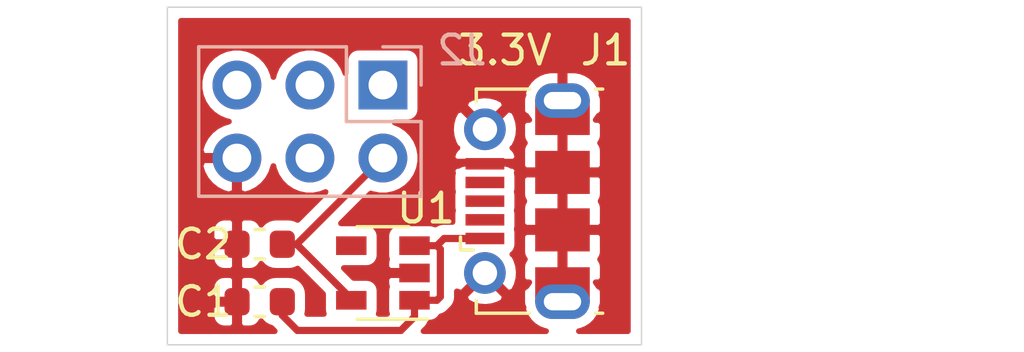
<source format=kicad_pcb>
(kicad_pcb (version 20171130) (host pcbnew "(5.1.5-0-10_14)")

  (general
    (thickness 1.6)
    (drawings 6)
    (tracks 18)
    (zones 0)
    (modules 5)
    (nets 4)
  )

  (page A4)
  (layers
    (0 F.Cu signal)
    (31 B.Cu signal hide)
    (32 B.Adhes user hide)
    (33 F.Adhes user hide)
    (34 B.Paste user hide)
    (35 F.Paste user hide)
    (36 B.SilkS user)
    (37 F.SilkS user)
    (38 B.Mask user hide)
    (39 F.Mask user hide)
    (40 Dwgs.User user)
    (41 Cmts.User user hide)
    (42 Eco1.User user hide)
    (43 Eco2.User user hide)
    (44 Edge.Cuts user)
    (45 Margin user hide)
    (46 B.CrtYd user)
    (47 F.CrtYd user)
    (48 B.Fab user hide)
    (49 F.Fab user hide)
  )

  (setup
    (last_trace_width 0.25)
    (trace_clearance 0.2)
    (zone_clearance 0.35)
    (zone_45_only no)
    (trace_min 0.2)
    (via_size 0.8)
    (via_drill 0.4)
    (via_min_size 0.4)
    (via_min_drill 0.3)
    (uvia_size 0.3)
    (uvia_drill 0.1)
    (uvias_allowed no)
    (uvia_min_size 0.2)
    (uvia_min_drill 0.1)
    (edge_width 0.05)
    (segment_width 0.2)
    (pcb_text_width 0.3)
    (pcb_text_size 1.5 1.5)
    (mod_edge_width 0.12)
    (mod_text_size 1 1)
    (mod_text_width 0.15)
    (pad_size 1.524 1.524)
    (pad_drill 0.762)
    (pad_to_mask_clearance 0.051)
    (solder_mask_min_width 0.25)
    (aux_axis_origin 0 0)
    (visible_elements FFFFFF7F)
    (pcbplotparams
      (layerselection 0x010fc_ffffffff)
      (usegerberextensions false)
      (usegerberattributes false)
      (usegerberadvancedattributes false)
      (creategerberjobfile false)
      (excludeedgelayer true)
      (linewidth 0.100000)
      (plotframeref false)
      (viasonmask false)
      (mode 1)
      (useauxorigin false)
      (hpglpennumber 1)
      (hpglpenspeed 20)
      (hpglpendiameter 15.000000)
      (psnegative false)
      (psa4output false)
      (plotreference true)
      (plotvalue true)
      (plotinvisibletext false)
      (padsonsilk false)
      (subtractmaskfromsilk false)
      (outputformat 1)
      (mirror false)
      (drillshape 0)
      (scaleselection 1)
      (outputdirectory "_export"))
  )

  (net 0 "")
  (net 1 GND)
  (net 2 "Net-(C1-Pad1)")
  (net 3 "Net-(C2-Pad1)")

  (net_class Default "This is the default net class."
    (clearance 0.2)
    (trace_width 0.25)
    (via_dia 0.8)
    (via_drill 0.4)
    (uvia_dia 0.3)
    (uvia_drill 0.1)
    (add_net GND)
    (add_net "Net-(C1-Pad1)")
    (add_net "Net-(C2-Pad1)")
  )

  (module Connector_PinSocket_2.54mm:PinSocket_2x03_P2.54mm_Vertical (layer B.Cu) (tedit 5A19A425) (tstamp 60BC53D7)
    (at 116.25 89.71 90)
    (descr "Through hole straight socket strip, 2x03, 2.54mm pitch, double cols (from Kicad 4.0.7), script generated")
    (tags "Through hole socket strip THT 2x03 2.54mm double row")
    (path /60BE1518)
    (fp_text reference J2 (at 1.21 2.75 -180) (layer B.SilkS)
      (effects (font (size 1 1) (thickness 0.15)) (justify mirror))
    )
    (fp_text value Conn_02x03_Counter_Clockwise (at -1.27 -7.85 -90) (layer B.Fab)
      (effects (font (size 1 1) (thickness 0.15)) (justify mirror))
    )
    (fp_text user %R (at -1.27 -2.54) (layer B.Fab)
      (effects (font (size 1 1) (thickness 0.15)) (justify mirror))
    )
    (fp_line (start -4.34 -6.85) (end -4.34 1.8) (layer B.CrtYd) (width 0.05))
    (fp_line (start 1.76 -6.85) (end -4.34 -6.85) (layer B.CrtYd) (width 0.05))
    (fp_line (start 1.76 1.8) (end 1.76 -6.85) (layer B.CrtYd) (width 0.05))
    (fp_line (start -4.34 1.8) (end 1.76 1.8) (layer B.CrtYd) (width 0.05))
    (fp_line (start 0 1.33) (end 1.33 1.33) (layer B.SilkS) (width 0.12))
    (fp_line (start 1.33 1.33) (end 1.33 0) (layer B.SilkS) (width 0.12))
    (fp_line (start -1.27 1.33) (end -1.27 -1.27) (layer B.SilkS) (width 0.12))
    (fp_line (start -1.27 -1.27) (end 1.33 -1.27) (layer B.SilkS) (width 0.12))
    (fp_line (start 1.33 -1.27) (end 1.33 -6.41) (layer B.SilkS) (width 0.12))
    (fp_line (start -3.87 -6.41) (end 1.33 -6.41) (layer B.SilkS) (width 0.12))
    (fp_line (start -3.87 1.33) (end -3.87 -6.41) (layer B.SilkS) (width 0.12))
    (fp_line (start -3.87 1.33) (end -1.27 1.33) (layer B.SilkS) (width 0.12))
    (fp_line (start -3.81 -6.35) (end -3.81 1.27) (layer B.Fab) (width 0.1))
    (fp_line (start 1.27 -6.35) (end -3.81 -6.35) (layer B.Fab) (width 0.1))
    (fp_line (start 1.27 0.27) (end 1.27 -6.35) (layer B.Fab) (width 0.1))
    (fp_line (start 0.27 1.27) (end 1.27 0.27) (layer B.Fab) (width 0.1))
    (fp_line (start -3.81 1.27) (end 0.27 1.27) (layer B.Fab) (width 0.1))
    (pad 6 thru_hole oval (at -2.54 -5.08 90) (size 1.7 1.7) (drill 1) (layers *.Cu *.Mask)
      (net 1 GND))
    (pad 5 thru_hole oval (at 0 -5.08 90) (size 1.7 1.7) (drill 1) (layers *.Cu *.Mask))
    (pad 4 thru_hole oval (at -2.54 -2.54 90) (size 1.7 1.7) (drill 1) (layers *.Cu *.Mask))
    (pad 3 thru_hole oval (at 0 -2.54 90) (size 1.7 1.7) (drill 1) (layers *.Cu *.Mask))
    (pad 2 thru_hole oval (at -2.54 0 90) (size 1.7 1.7) (drill 1) (layers *.Cu *.Mask)
      (net 3 "Net-(C2-Pad1)"))
    (pad 1 thru_hole rect (at 0 0 90) (size 1.7 1.7) (drill 1) (layers *.Cu *.Mask))
    (model ${KISYS3DMOD}/Connector_PinSocket_2.54mm.3dshapes/PinSocket_2x03_P2.54mm_Vertical.wrl
      (at (xyz 0 0 0))
      (scale (xyz 1 1 1))
      (rotate (xyz 0 0 0))
    )
  )

  (module Connector_USB:USB_Micro-B_Molex-105017-0001 (layer F.Cu) (tedit 5A1DC0BE) (tstamp 60BCDFBE)
    (at 121.2625 93.75 90)
    (descr http://www.molex.com/pdm_docs/sd/1050170001_sd.pdf)
    (tags "Micro-USB SMD Typ-B")
    (path /60BCDBD5)
    (attr smd)
    (fp_text reference J1 (at 5.25 2.7375 180) (layer F.SilkS)
      (effects (font (size 1 1) (thickness 0.15)))
    )
    (fp_text value USB_B_Micro (at 0.3 4.3375 90) (layer F.Fab)
      (effects (font (size 1 1) (thickness 0.15)))
    )
    (fp_line (start -1.1 -2.1225) (end -1.1 -1.9125) (layer F.Fab) (width 0.1))
    (fp_line (start -1.5 -2.1225) (end -1.5 -1.9125) (layer F.Fab) (width 0.1))
    (fp_line (start -1.5 -2.1225) (end -1.1 -2.1225) (layer F.Fab) (width 0.1))
    (fp_line (start -1.1 -1.9125) (end -1.3 -1.7125) (layer F.Fab) (width 0.1))
    (fp_line (start -1.3 -1.7125) (end -1.5 -1.9125) (layer F.Fab) (width 0.1))
    (fp_line (start -1.7 -2.3125) (end -1.7 -1.8625) (layer F.SilkS) (width 0.12))
    (fp_line (start -1.7 -2.3125) (end -1.25 -2.3125) (layer F.SilkS) (width 0.12))
    (fp_line (start 3.9 -1.7625) (end 3.45 -1.7625) (layer F.SilkS) (width 0.12))
    (fp_line (start 3.9 0.0875) (end 3.9 -1.7625) (layer F.SilkS) (width 0.12))
    (fp_line (start -3.9 2.6375) (end -3.9 2.3875) (layer F.SilkS) (width 0.12))
    (fp_line (start -3.75 3.3875) (end -3.75 -1.6125) (layer F.Fab) (width 0.1))
    (fp_line (start -3.75 -1.6125) (end 3.75 -1.6125) (layer F.Fab) (width 0.1))
    (fp_line (start -3.75 3.389204) (end 3.75 3.389204) (layer F.Fab) (width 0.1))
    (fp_line (start -3 2.689204) (end 3 2.689204) (layer F.Fab) (width 0.1))
    (fp_line (start 3.75 3.3875) (end 3.75 -1.6125) (layer F.Fab) (width 0.1))
    (fp_line (start 3.9 2.6375) (end 3.9 2.3875) (layer F.SilkS) (width 0.12))
    (fp_line (start -3.9 0.0875) (end -3.9 -1.7625) (layer F.SilkS) (width 0.12))
    (fp_line (start -3.9 -1.7625) (end -3.45 -1.7625) (layer F.SilkS) (width 0.12))
    (fp_line (start -4.4 3.64) (end -4.4 -2.46) (layer F.CrtYd) (width 0.05))
    (fp_line (start -4.4 -2.46) (end 4.4 -2.46) (layer F.CrtYd) (width 0.05))
    (fp_line (start 4.4 -2.46) (end 4.4 3.64) (layer F.CrtYd) (width 0.05))
    (fp_line (start -4.4 3.64) (end 4.4 3.64) (layer F.CrtYd) (width 0.05))
    (fp_text user %R (at 0 0.8875 90) (layer F.Fab)
      (effects (font (size 1 1) (thickness 0.15)))
    )
    (fp_text user "PCB Edge" (at 0 2.6875 90) (layer Dwgs.User)
      (effects (font (size 0.5 0.5) (thickness 0.08)))
    )
    (pad 6 smd rect (at -2.9 1.2375 90) (size 1.2 1.9) (layers F.Cu F.Mask)
      (net 1 GND))
    (pad 6 smd rect (at 2.9 1.2375 90) (size 1.2 1.9) (layers F.Cu F.Mask)
      (net 1 GND))
    (pad 6 thru_hole oval (at 3.5 1.2375 90) (size 1.2 1.9) (drill oval 0.6 1.3) (layers *.Cu *.Mask)
      (net 1 GND))
    (pad 6 thru_hole oval (at -3.5 1.2375 270) (size 1.2 1.9) (drill oval 0.6 1.3) (layers *.Cu *.Mask)
      (net 1 GND))
    (pad 6 smd rect (at -1 1.2375 90) (size 1.5 1.9) (layers F.Cu F.Paste F.Mask)
      (net 1 GND))
    (pad 6 thru_hole circle (at 2.5 -1.4625 90) (size 1.45 1.45) (drill 0.85) (layers *.Cu *.Mask)
      (net 1 GND))
    (pad 3 smd rect (at 0 -1.4625 90) (size 0.4 1.35) (layers F.Cu F.Paste F.Mask))
    (pad 4 smd rect (at 0.65 -1.4625 90) (size 0.4 1.35) (layers F.Cu F.Paste F.Mask))
    (pad 5 smd rect (at 1.3 -1.4625 90) (size 0.4 1.35) (layers F.Cu F.Paste F.Mask)
      (net 1 GND))
    (pad 1 smd rect (at -1.3 -1.4625 90) (size 0.4 1.35) (layers F.Cu F.Paste F.Mask)
      (net 2 "Net-(C1-Pad1)"))
    (pad 2 smd rect (at -0.65 -1.4625 90) (size 0.4 1.35) (layers F.Cu F.Paste F.Mask))
    (pad 6 thru_hole circle (at -2.5 -1.4625 90) (size 1.45 1.45) (drill 0.85) (layers *.Cu *.Mask)
      (net 1 GND))
    (pad 6 smd rect (at 1 1.2375 90) (size 1.5 1.9) (layers F.Cu F.Paste F.Mask)
      (net 1 GND))
    (model ${KISYS3DMOD}/Connector_USB.3dshapes/USB_Micro-B_Molex-105017-0001.wrl
      (at (xyz 0 0 0))
      (scale (xyz 1 1 1))
      (rotate (xyz 0 0 0))
    )
  )

  (module Package_TO_SOT_SMD:SOT-23-5 (layer F.Cu) (tedit 5A02FF57) (tstamp 60BC4FC3)
    (at 116.25 96.25 180)
    (descr "5-pin SOT23 package")
    (tags SOT-23-5)
    (path /60BDBF36)
    (attr smd)
    (fp_text reference U1 (at -1.5 2.25) (layer F.SilkS)
      (effects (font (size 1 1) (thickness 0.15)))
    )
    (fp_text value TLV70233_SOT23-5 (at 0 2.9) (layer F.Fab)
      (effects (font (size 1 1) (thickness 0.15)))
    )
    (fp_line (start 0.9 -1.55) (end 0.9 1.55) (layer F.Fab) (width 0.1))
    (fp_line (start 0.9 1.55) (end -0.9 1.55) (layer F.Fab) (width 0.1))
    (fp_line (start -0.9 -0.9) (end -0.9 1.55) (layer F.Fab) (width 0.1))
    (fp_line (start 0.9 -1.55) (end -0.25 -1.55) (layer F.Fab) (width 0.1))
    (fp_line (start -0.9 -0.9) (end -0.25 -1.55) (layer F.Fab) (width 0.1))
    (fp_line (start -1.9 1.8) (end -1.9 -1.8) (layer F.CrtYd) (width 0.05))
    (fp_line (start 1.9 1.8) (end -1.9 1.8) (layer F.CrtYd) (width 0.05))
    (fp_line (start 1.9 -1.8) (end 1.9 1.8) (layer F.CrtYd) (width 0.05))
    (fp_line (start -1.9 -1.8) (end 1.9 -1.8) (layer F.CrtYd) (width 0.05))
    (fp_line (start 0.9 -1.61) (end -1.55 -1.61) (layer F.SilkS) (width 0.12))
    (fp_line (start -0.9 1.61) (end 0.9 1.61) (layer F.SilkS) (width 0.12))
    (fp_text user %R (at 0 0 90) (layer F.Fab)
      (effects (font (size 0.5 0.5) (thickness 0.075)))
    )
    (pad 5 smd rect (at 1.1 -0.95 180) (size 1.06 0.65) (layers F.Cu F.Paste F.Mask)
      (net 3 "Net-(C2-Pad1)"))
    (pad 4 smd rect (at 1.1 0.95 180) (size 1.06 0.65) (layers F.Cu F.Paste F.Mask))
    (pad 3 smd rect (at -1.1 0.95 180) (size 1.06 0.65) (layers F.Cu F.Paste F.Mask)
      (net 2 "Net-(C1-Pad1)"))
    (pad 2 smd rect (at -1.1 0 180) (size 1.06 0.65) (layers F.Cu F.Paste F.Mask)
      (net 1 GND))
    (pad 1 smd rect (at -1.1 -0.95 180) (size 1.06 0.65) (layers F.Cu F.Paste F.Mask)
      (net 2 "Net-(C1-Pad1)"))
    (model ${KISYS3DMOD}/Package_TO_SOT_SMD.3dshapes/SOT-23-5.wrl
      (at (xyz 0 0 0))
      (scale (xyz 1 1 1))
      (rotate (xyz 0 0 0))
    )
  )

  (module Capacitor_SMD:C_0603_1608Metric (layer F.Cu) (tedit 5B301BBE) (tstamp 60BC4F63)
    (at 111.9625 95.25 180)
    (descr "Capacitor SMD 0603 (1608 Metric), square (rectangular) end terminal, IPC_7351 nominal, (Body size source: http://www.tortai-tech.com/upload/download/2011102023233369053.pdf), generated with kicad-footprint-generator")
    (tags capacitor)
    (path /60BDDEDA)
    (attr smd)
    (fp_text reference C2 (at 1.9625 0) (layer F.SilkS)
      (effects (font (size 1 1) (thickness 0.15)))
    )
    (fp_text value 1uF (at 0 1.43) (layer F.Fab)
      (effects (font (size 1 1) (thickness 0.15)))
    )
    (fp_text user %R (at 0 0) (layer F.Fab)
      (effects (font (size 0.4 0.4) (thickness 0.06)))
    )
    (fp_line (start 1.48 0.73) (end -1.48 0.73) (layer F.CrtYd) (width 0.05))
    (fp_line (start 1.48 -0.73) (end 1.48 0.73) (layer F.CrtYd) (width 0.05))
    (fp_line (start -1.48 -0.73) (end 1.48 -0.73) (layer F.CrtYd) (width 0.05))
    (fp_line (start -1.48 0.73) (end -1.48 -0.73) (layer F.CrtYd) (width 0.05))
    (fp_line (start -0.162779 0.51) (end 0.162779 0.51) (layer F.SilkS) (width 0.12))
    (fp_line (start -0.162779 -0.51) (end 0.162779 -0.51) (layer F.SilkS) (width 0.12))
    (fp_line (start 0.8 0.4) (end -0.8 0.4) (layer F.Fab) (width 0.1))
    (fp_line (start 0.8 -0.4) (end 0.8 0.4) (layer F.Fab) (width 0.1))
    (fp_line (start -0.8 -0.4) (end 0.8 -0.4) (layer F.Fab) (width 0.1))
    (fp_line (start -0.8 0.4) (end -0.8 -0.4) (layer F.Fab) (width 0.1))
    (pad 2 smd roundrect (at 0.7875 0 180) (size 0.875 0.95) (layers F.Cu F.Paste F.Mask) (roundrect_rratio 0.25)
      (net 1 GND))
    (pad 1 smd roundrect (at -0.7875 0 180) (size 0.875 0.95) (layers F.Cu F.Paste F.Mask) (roundrect_rratio 0.25)
      (net 3 "Net-(C2-Pad1)"))
    (model ${KISYS3DMOD}/Capacitor_SMD.3dshapes/C_0603_1608Metric.wrl
      (at (xyz 0 0 0))
      (scale (xyz 1 1 1))
      (rotate (xyz 0 0 0))
    )
  )

  (module Capacitor_SMD:C_0603_1608Metric (layer F.Cu) (tedit 5B301BBE) (tstamp 60BC4F52)
    (at 111.9625 97.25 180)
    (descr "Capacitor SMD 0603 (1608 Metric), square (rectangular) end terminal, IPC_7351 nominal, (Body size source: http://www.tortai-tech.com/upload/download/2011102023233369053.pdf), generated with kicad-footprint-generator")
    (tags capacitor)
    (path /60BDD324)
    (attr smd)
    (fp_text reference C1 (at 1.9625 0) (layer F.SilkS)
      (effects (font (size 1 1) (thickness 0.15)))
    )
    (fp_text value 1uF (at 0 1.43) (layer F.Fab)
      (effects (font (size 1 1) (thickness 0.15)))
    )
    (fp_text user %R (at 0 0) (layer F.Fab)
      (effects (font (size 0.4 0.4) (thickness 0.06)))
    )
    (fp_line (start 1.48 0.73) (end -1.48 0.73) (layer F.CrtYd) (width 0.05))
    (fp_line (start 1.48 -0.73) (end 1.48 0.73) (layer F.CrtYd) (width 0.05))
    (fp_line (start -1.48 -0.73) (end 1.48 -0.73) (layer F.CrtYd) (width 0.05))
    (fp_line (start -1.48 0.73) (end -1.48 -0.73) (layer F.CrtYd) (width 0.05))
    (fp_line (start -0.162779 0.51) (end 0.162779 0.51) (layer F.SilkS) (width 0.12))
    (fp_line (start -0.162779 -0.51) (end 0.162779 -0.51) (layer F.SilkS) (width 0.12))
    (fp_line (start 0.8 0.4) (end -0.8 0.4) (layer F.Fab) (width 0.1))
    (fp_line (start 0.8 -0.4) (end 0.8 0.4) (layer F.Fab) (width 0.1))
    (fp_line (start -0.8 -0.4) (end 0.8 -0.4) (layer F.Fab) (width 0.1))
    (fp_line (start -0.8 0.4) (end -0.8 -0.4) (layer F.Fab) (width 0.1))
    (pad 2 smd roundrect (at 0.7875 0 180) (size 0.875 0.95) (layers F.Cu F.Paste F.Mask) (roundrect_rratio 0.25)
      (net 1 GND))
    (pad 1 smd roundrect (at -0.7875 0 180) (size 0.875 0.95) (layers F.Cu F.Paste F.Mask) (roundrect_rratio 0.25)
      (net 2 "Net-(C1-Pad1)"))
    (model ${KISYS3DMOD}/Capacitor_SMD.3dshapes/C_0603_1608Metric.wrl
      (at (xyz 0 0 0))
      (scale (xyz 1 1 1))
      (rotate (xyz 0 0 0))
    )
  )

  (gr_text 3.3V (at 120.5 88.5) (layer F.SilkS)
    (effects (font (size 1 1) (thickness 0.15)))
  )
  (gr_line (start 125.25 98.75) (end 125.25 87) (layer Edge.Cuts) (width 0.05) (tstamp 60BC60D2))
  (gr_line (start 108.75 98.75) (end 125.25 98.75) (layer Edge.Cuts) (width 0.05))
  (gr_line (start 108.75 87) (end 108.75 98.75) (layer Edge.Cuts) (width 0.05))
  (gr_line (start 125.25 87) (end 108.75 87) (layer Edge.Cuts) (width 0.05))
  (gr_line (start 103 90) (end 138.5 90) (layer Dwgs.User) (width 0.15))

  (segment (start 118.38 95.05) (end 119.8 95.05) (width 0.25) (layer F.Cu) (net 2) (status 20))
  (segment (start 118.13 95.3) (end 118.38 95.05) (width 0.25) (layer F.Cu) (net 2))
  (segment (start 117.35 95.3) (end 118.13 95.3) (width 0.25) (layer F.Cu) (net 2) (status 10))
  (segment (start 112.75 97.725) (end 112.75 97.25) (width 0.25) (layer F.Cu) (net 2))
  (segment (start 113.275 98.25) (end 112.75 97.725) (width 0.25) (layer F.Cu) (net 2))
  (segment (start 116.875 98.25) (end 113.275 98.25) (width 0.25) (layer F.Cu) (net 2))
  (segment (start 117.35 97.775) (end 116.875 98.25) (width 0.25) (layer F.Cu) (net 2))
  (segment (start 117.35 97.2) (end 117.35 97.775) (width 0.25) (layer F.Cu) (net 2))
  (segment (start 118.25 95.42) (end 118.13 95.3) (width 0.25) (layer F.Cu) (net 2))
  (segment (start 118.25 97.08) (end 118.25 95.42) (width 0.25) (layer F.Cu) (net 2))
  (segment (start 118.13 97.2) (end 118.25 97.08) (width 0.25) (layer F.Cu) (net 2))
  (segment (start 117.35 97.2) (end 118.13 97.2) (width 0.25) (layer F.Cu) (net 2))
  (segment (start 113.25 95.25) (end 116.25 92.25) (width 0.25) (layer F.Cu) (net 3))
  (segment (start 112.75 95.25) (end 113.25 95.25) (width 0.25) (layer F.Cu) (net 3))
  (segment (start 113.1875 95.25) (end 112.75 95.25) (width 0.25) (layer F.Cu) (net 3))
  (segment (start 113.25 95.25) (end 113.1875 95.25) (width 0.25) (layer F.Cu) (net 3))
  (segment (start 115.15 97.15) (end 113.25 95.25) (width 0.25) (layer F.Cu) (net 3))
  (segment (start 115.15 97.2) (end 115.15 97.15) (width 0.25) (layer F.Cu) (net 3))

  (zone (net 1) (net_name GND) (layer F.Cu) (tstamp 60BCCA60) (hatch edge 0.508)
    (connect_pads (clearance 0.35))
    (min_thickness 0.2)
    (fill yes (arc_segments 32) (thermal_gap 0.35) (thermal_bridge_width 0.35))
    (polygon
      (pts
        (xy 125.5 99) (xy 108.5 99) (xy 108.5 86.75) (xy 125.5 86.75)
      )
    )
    (filled_polygon
      (pts
        (xy 124.775 98.275) (xy 123.071094 98.275) (xy 123.128404 98.265193) (xy 123.321109 98.191372) (xy 123.495709 98.081375)
        (xy 123.645495 97.939429) (xy 123.764711 97.770988) (xy 123.848775 97.582526) (xy 123.872691 97.487913) (xy 123.85276 97.451098)
        (xy 123.867757 97.423041) (xy 123.893489 97.338215) (xy 123.89479 97.325002) (xy 123.9 97.325002) (xy 123.9 97.272105)
        (xy 123.902177 97.25) (xy 123.9 96.8375) (xy 123.7875 96.725) (xy 123.761871 96.725) (xy 123.655707 96.575)
        (xy 123.7875 96.575) (xy 123.9 96.4625) (xy 123.902177 96.05) (xy 123.893489 95.961785) (xy 123.867757 95.876959)
        (xy 123.825971 95.798784) (xy 123.806452 95.775) (xy 123.825971 95.751216) (xy 123.867757 95.673041) (xy 123.893489 95.588215)
        (xy 123.902177 95.5) (xy 123.9 94.9375) (xy 123.7875 94.825) (xy 122.575 94.825) (xy 122.575 97.345)
        (xy 122.425 97.345) (xy 122.425 94.825) (xy 121.2125 94.825) (xy 121.1 94.9375) (xy 121.097823 95.5)
        (xy 121.106511 95.588215) (xy 121.132243 95.673041) (xy 121.174029 95.751216) (xy 121.193548 95.775) (xy 121.174029 95.798784)
        (xy 121.132243 95.876959) (xy 121.106511 95.961785) (xy 121.097823 96.05) (xy 121.1 96.4625) (xy 121.2125 96.575)
        (xy 121.344293 96.575) (xy 121.238129 96.725) (xy 121.2125 96.725) (xy 121.1 96.8375) (xy 121.097823 97.25)
        (xy 121.1 97.272105) (xy 121.1 97.325002) (xy 121.10521 97.325002) (xy 121.106511 97.338215) (xy 121.132243 97.423041)
        (xy 121.14724 97.451098) (xy 121.127309 97.487913) (xy 121.151225 97.582526) (xy 121.235289 97.770988) (xy 121.354505 97.939429)
        (xy 121.504291 98.081375) (xy 121.678891 98.191372) (xy 121.871596 98.265193) (xy 121.928906 98.275) (xy 117.663173 98.275)
        (xy 117.736612 98.201561) (xy 117.758554 98.183554) (xy 117.799587 98.133554) (xy 117.830408 98.095999) (xy 117.857808 98.044737)
        (xy 117.883801 97.996108) (xy 117.889838 97.976208) (xy 117.968215 97.968489) (xy 118.053041 97.942757) (xy 118.131216 97.900971)
        (xy 118.199737 97.844737) (xy 118.255971 97.776216) (xy 118.264619 97.760037) (xy 118.351108 97.733801) (xy 118.450998 97.680408)
        (xy 118.538554 97.608554) (xy 118.556566 97.586606) (xy 118.636608 97.506564) (xy 118.658554 97.488554) (xy 118.730408 97.400998)
        (xy 118.783801 97.301108) (xy 118.81668 97.19272) (xy 118.825 97.108246) (xy 118.825 97.108243) (xy 118.827782 97.08)
        (xy 118.825467 97.05649) (xy 119.099576 97.05649) (xy 119.168088 97.24735) (xy 119.374804 97.351466) (xy 119.597859 97.413253)
        (xy 119.828683 97.430337) (xy 120.058404 97.402061) (xy 120.278194 97.329512) (xy 120.431912 97.24735) (xy 120.500424 97.05649)
        (xy 119.8 96.356066) (xy 119.099576 97.05649) (xy 118.825467 97.05649) (xy 118.825 97.051757) (xy 118.825 96.889935)
        (xy 118.99351 96.950424) (xy 119.693934 96.25) (xy 119.679792 96.235858) (xy 119.785858 96.129792) (xy 119.8 96.143934)
        (xy 119.814143 96.129792) (xy 119.920209 96.235858) (xy 119.906066 96.25) (xy 120.60649 96.950424) (xy 120.79735 96.881912)
        (xy 120.901466 96.675196) (xy 120.963253 96.452141) (xy 120.980337 96.221317) (xy 120.952061 95.991596) (xy 120.879512 95.771806)
        (xy 120.79735 95.618088) (xy 120.754544 95.602722) (xy 120.794737 95.569737) (xy 120.850971 95.501216) (xy 120.892757 95.423041)
        (xy 120.918489 95.338215) (xy 120.927177 95.25) (xy 120.927177 94.85) (xy 120.918489 94.761785) (xy 120.90733 94.725)
        (xy 120.918489 94.688215) (xy 120.927177 94.6) (xy 120.927177 94.2) (xy 120.918489 94.111785) (xy 120.90733 94.075)
        (xy 120.918489 94.038215) (xy 120.927177 93.95) (xy 120.927177 93.55) (xy 120.922253 93.5) (xy 121.097823 93.5)
        (xy 121.106511 93.588215) (xy 121.132243 93.673041) (xy 121.173379 93.75) (xy 121.132243 93.826959) (xy 121.106511 93.911785)
        (xy 121.097823 94) (xy 121.1 94.5625) (xy 121.2125 94.675) (xy 122.425 94.675) (xy 122.425 92.825)
        (xy 122.575 92.825) (xy 122.575 94.675) (xy 123.7875 94.675) (xy 123.9 94.5625) (xy 123.902177 94)
        (xy 123.893489 93.911785) (xy 123.867757 93.826959) (xy 123.826621 93.75) (xy 123.867757 93.673041) (xy 123.893489 93.588215)
        (xy 123.902177 93.5) (xy 123.9 92.9375) (xy 123.7875 92.825) (xy 122.575 92.825) (xy 122.425 92.825)
        (xy 121.2125 92.825) (xy 121.1 92.9375) (xy 121.097823 93.5) (xy 120.922253 93.5) (xy 120.918489 93.461785)
        (xy 120.90733 93.425) (xy 120.918489 93.388215) (xy 120.927177 93.3) (xy 120.927177 92.9) (xy 120.918489 92.811785)
        (xy 120.90733 92.775) (xy 120.918489 92.738215) (xy 120.927177 92.65) (xy 120.925 92.6375) (xy 120.8125 92.525)
        (xy 120.727399 92.525) (xy 120.726216 92.524029) (xy 120.648041 92.482243) (xy 120.563215 92.456511) (xy 120.475 92.447823)
        (xy 119.125 92.447823) (xy 119.036785 92.456511) (xy 118.951959 92.482243) (xy 118.873784 92.524029) (xy 118.872601 92.525)
        (xy 118.7875 92.525) (xy 118.675 92.6375) (xy 118.672823 92.65) (xy 118.681511 92.738215) (xy 118.69267 92.775)
        (xy 118.681511 92.811785) (xy 118.672823 92.9) (xy 118.672823 93.3) (xy 118.681511 93.388215) (xy 118.69267 93.425)
        (xy 118.681511 93.461785) (xy 118.672823 93.55) (xy 118.672823 93.95) (xy 118.681511 94.038215) (xy 118.69267 94.075)
        (xy 118.681511 94.111785) (xy 118.672823 94.2) (xy 118.672823 94.475) (xy 118.408242 94.475) (xy 118.379999 94.472218)
        (xy 118.351756 94.475) (xy 118.351754 94.475) (xy 118.26728 94.48332) (xy 118.158892 94.516199) (xy 118.067573 94.565011)
        (xy 118.053041 94.557243) (xy 117.968215 94.531511) (xy 117.88 94.522823) (xy 116.82 94.522823) (xy 116.731785 94.531511)
        (xy 116.646959 94.557243) (xy 116.568784 94.599029) (xy 116.500263 94.655263) (xy 116.444029 94.723784) (xy 116.402243 94.801959)
        (xy 116.376511 94.886785) (xy 116.367823 94.975) (xy 116.367823 95.625) (xy 116.376511 95.713215) (xy 116.395254 95.775)
        (xy 116.376511 95.836785) (xy 116.367823 95.925) (xy 116.37 96.0625) (xy 116.4825 96.175) (xy 117.275 96.175)
        (xy 117.275 96.155) (xy 117.425 96.155) (xy 117.425 96.175) (xy 117.445 96.175) (xy 117.445 96.325)
        (xy 117.425 96.325) (xy 117.425 96.345) (xy 117.275 96.345) (xy 117.275 96.325) (xy 116.4825 96.325)
        (xy 116.37 96.4375) (xy 116.367823 96.575) (xy 116.376511 96.663215) (xy 116.395254 96.725) (xy 116.376511 96.786785)
        (xy 116.367823 96.875) (xy 116.367823 97.525) (xy 116.376511 97.613215) (xy 116.395254 97.675) (xy 116.104746 97.675)
        (xy 116.123489 97.613215) (xy 116.132177 97.525) (xy 116.132177 96.875) (xy 116.123489 96.786785) (xy 116.097757 96.701959)
        (xy 116.055971 96.623784) (xy 115.999737 96.555263) (xy 115.931216 96.499029) (xy 115.853041 96.457243) (xy 115.768215 96.431511)
        (xy 115.68 96.422823) (xy 115.235996 96.422823) (xy 114.89035 96.077177) (xy 115.68 96.077177) (xy 115.768215 96.068489)
        (xy 115.853041 96.042757) (xy 115.931216 96.000971) (xy 115.999737 95.944737) (xy 116.055971 95.876216) (xy 116.097757 95.798041)
        (xy 116.123489 95.713215) (xy 116.132177 95.625) (xy 116.132177 94.975) (xy 116.123489 94.886785) (xy 116.097757 94.801959)
        (xy 116.055971 94.723784) (xy 115.999737 94.655263) (xy 115.931216 94.599029) (xy 115.853041 94.557243) (xy 115.768215 94.531511)
        (xy 115.68 94.522823) (xy 114.790349 94.522823) (xy 115.830023 93.48315) (xy 115.870804 93.500042) (xy 116.121961 93.55)
        (xy 116.378039 93.55) (xy 116.629196 93.500042) (xy 116.865781 93.402045) (xy 117.078702 93.259776) (xy 117.259776 93.078702)
        (xy 117.402045 92.865781) (xy 117.500042 92.629196) (xy 117.55 92.378039) (xy 117.55 92.121961) (xy 117.500042 91.870804)
        (xy 117.402045 91.634219) (xy 117.259776 91.421298) (xy 117.117161 91.278683) (xy 118.619663 91.278683) (xy 118.647939 91.508404)
        (xy 118.720488 91.728194) (xy 118.80265 91.881912) (xy 118.845456 91.897278) (xy 118.805263 91.930263) (xy 118.749029 91.998784)
        (xy 118.707243 92.076959) (xy 118.681511 92.161785) (xy 118.672823 92.25) (xy 118.675 92.2625) (xy 118.7875 92.375)
        (xy 119.459763 92.375) (xy 119.597859 92.413253) (xy 119.828683 92.430337) (xy 120.058404 92.402061) (xy 120.140386 92.375)
        (xy 120.8125 92.375) (xy 120.925 92.2625) (xy 120.927177 92.25) (xy 120.918489 92.161785) (xy 120.892757 92.076959)
        (xy 120.850971 91.998784) (xy 120.794737 91.930263) (xy 120.754544 91.897278) (xy 120.79735 91.881912) (xy 120.901466 91.675196)
        (xy 120.963253 91.452141) (xy 120.980337 91.221317) (xy 120.952061 90.991596) (xy 120.879512 90.771806) (xy 120.79735 90.618088)
        (xy 120.60649 90.549576) (xy 119.906066 91.25) (xy 119.920209 91.264143) (xy 119.814143 91.370209) (xy 119.8 91.356066)
        (xy 119.785858 91.370209) (xy 119.679792 91.264143) (xy 119.693934 91.25) (xy 118.99351 90.549576) (xy 118.80265 90.618088)
        (xy 118.698534 90.824804) (xy 118.636747 91.047859) (xy 118.619663 91.278683) (xy 117.117161 91.278683) (xy 117.078702 91.240224)
        (xy 116.865781 91.097955) (xy 116.658695 91.012177) (xy 117.1 91.012177) (xy 117.188215 91.003489) (xy 117.273041 90.977757)
        (xy 117.351216 90.935971) (xy 117.419737 90.879737) (xy 117.475971 90.811216) (xy 117.517757 90.733041) (xy 117.543489 90.648215)
        (xy 117.552177 90.56) (xy 117.552177 90.44351) (xy 119.099576 90.44351) (xy 119.8 91.143934) (xy 120.500424 90.44351)
        (xy 120.431912 90.25265) (xy 120.426651 90.25) (xy 121.097823 90.25) (xy 121.1 90.6625) (xy 121.2125 90.775)
        (xy 121.238129 90.775) (xy 121.344293 90.925) (xy 121.2125 90.925) (xy 121.1 91.0375) (xy 121.097823 91.45)
        (xy 121.106511 91.538215) (xy 121.132243 91.623041) (xy 121.174029 91.701216) (xy 121.193548 91.725) (xy 121.174029 91.748784)
        (xy 121.132243 91.826959) (xy 121.106511 91.911785) (xy 121.097823 92) (xy 121.1 92.5625) (xy 121.2125 92.675)
        (xy 122.425 92.675) (xy 122.425 89.2) (xy 122.575 89.2) (xy 122.575 92.675) (xy 123.7875 92.675)
        (xy 123.9 92.5625) (xy 123.902177 92) (xy 123.893489 91.911785) (xy 123.867757 91.826959) (xy 123.825971 91.748784)
        (xy 123.806452 91.725) (xy 123.825971 91.701216) (xy 123.867757 91.623041) (xy 123.893489 91.538215) (xy 123.902177 91.45)
        (xy 123.9 91.0375) (xy 123.7875 90.925) (xy 123.655707 90.925) (xy 123.761871 90.775) (xy 123.7875 90.775)
        (xy 123.9 90.6625) (xy 123.902177 90.25) (xy 123.9 90.227895) (xy 123.9 90.174998) (xy 123.89479 90.174998)
        (xy 123.893489 90.161785) (xy 123.867757 90.076959) (xy 123.85276 90.048902) (xy 123.872691 90.012087) (xy 123.848775 89.917474)
        (xy 123.764711 89.729012) (xy 123.645495 89.560571) (xy 123.495709 89.418625) (xy 123.321109 89.308628) (xy 123.128404 89.234807)
        (xy 122.925 89.2) (xy 122.575 89.2) (xy 122.425 89.2) (xy 122.075 89.2) (xy 121.871596 89.234807)
        (xy 121.678891 89.308628) (xy 121.504291 89.418625) (xy 121.354505 89.560571) (xy 121.235289 89.729012) (xy 121.151225 89.917474)
        (xy 121.127309 90.012087) (xy 121.14724 90.048902) (xy 121.132243 90.076959) (xy 121.106511 90.161785) (xy 121.10521 90.174998)
        (xy 121.1 90.174998) (xy 121.1 90.227895) (xy 121.097823 90.25) (xy 120.426651 90.25) (xy 120.225196 90.148534)
        (xy 120.002141 90.086747) (xy 119.771317 90.069663) (xy 119.541596 90.097939) (xy 119.321806 90.170488) (xy 119.168088 90.25265)
        (xy 119.099576 90.44351) (xy 117.552177 90.44351) (xy 117.552177 88.86) (xy 117.543489 88.771785) (xy 117.517757 88.686959)
        (xy 117.475971 88.608784) (xy 117.419737 88.540263) (xy 117.351216 88.484029) (xy 117.273041 88.442243) (xy 117.188215 88.416511)
        (xy 117.1 88.407823) (xy 115.4 88.407823) (xy 115.311785 88.416511) (xy 115.226959 88.442243) (xy 115.148784 88.484029)
        (xy 115.080263 88.540263) (xy 115.024029 88.608784) (xy 114.982243 88.686959) (xy 114.956511 88.771785) (xy 114.947823 88.86)
        (xy 114.947823 89.301305) (xy 114.862045 89.094219) (xy 114.719776 88.881298) (xy 114.538702 88.700224) (xy 114.325781 88.557955)
        (xy 114.089196 88.459958) (xy 113.838039 88.41) (xy 113.581961 88.41) (xy 113.330804 88.459958) (xy 113.094219 88.557955)
        (xy 112.881298 88.700224) (xy 112.700224 88.881298) (xy 112.557955 89.094219) (xy 112.459958 89.330804) (xy 112.44 89.43114)
        (xy 112.420042 89.330804) (xy 112.322045 89.094219) (xy 112.179776 88.881298) (xy 111.998702 88.700224) (xy 111.785781 88.557955)
        (xy 111.549196 88.459958) (xy 111.298039 88.41) (xy 111.041961 88.41) (xy 110.790804 88.459958) (xy 110.554219 88.557955)
        (xy 110.341298 88.700224) (xy 110.160224 88.881298) (xy 110.017955 89.094219) (xy 109.919958 89.330804) (xy 109.87 89.581961)
        (xy 109.87 89.838039) (xy 109.919958 90.089196) (xy 110.017955 90.325781) (xy 110.160224 90.538702) (xy 110.341298 90.719776)
        (xy 110.554219 90.862045) (xy 110.790804 90.960042) (xy 110.891954 90.980162) (xy 110.694758 91.039979) (xy 110.467826 91.155944)
        (xy 110.267878 91.313953) (xy 110.102598 91.507934) (xy 109.978338 91.730432) (xy 109.899873 91.972897) (xy 109.984662 92.175)
        (xy 111.095 92.175) (xy 111.095 92.155) (xy 111.245 92.155) (xy 111.245 92.175) (xy 111.265 92.175)
        (xy 111.265 92.325) (xy 111.245 92.325) (xy 111.245 93.435129) (xy 111.447103 93.520124) (xy 111.645242 93.460021)
        (xy 111.872174 93.344056) (xy 112.072122 93.186047) (xy 112.237402 92.992066) (xy 112.361662 92.769568) (xy 112.439832 92.528015)
        (xy 112.459958 92.629196) (xy 112.557955 92.865781) (xy 112.700224 93.078702) (xy 112.881298 93.259776) (xy 113.094219 93.402045)
        (xy 113.330804 93.500042) (xy 113.581961 93.55) (xy 113.838039 93.55) (xy 114.089196 93.500042) (xy 114.255792 93.431035)
        (xy 113.282479 94.404349) (xy 113.225503 94.373894) (xy 113.099641 94.335715) (xy 112.96875 94.322823) (xy 112.53125 94.322823)
        (xy 112.400359 94.335715) (xy 112.274497 94.373894) (xy 112.158503 94.435895) (xy 112.056833 94.519333) (xy 112.013994 94.571533)
        (xy 111.988471 94.523784) (xy 111.932237 94.455263) (xy 111.863716 94.399029) (xy 111.785541 94.357243) (xy 111.700715 94.331511)
        (xy 111.6125 94.322823) (xy 111.3625 94.325) (xy 111.25 94.4375) (xy 111.25 95.175) (xy 111.27 95.175)
        (xy 111.27 95.325) (xy 111.25 95.325) (xy 111.25 96.0625) (xy 111.3625 96.175) (xy 111.6125 96.177177)
        (xy 111.700715 96.168489) (xy 111.785541 96.142757) (xy 111.863716 96.100971) (xy 111.932237 96.044737) (xy 111.988471 95.976216)
        (xy 112.013994 95.928467) (xy 112.056833 95.980667) (xy 112.158503 96.064105) (xy 112.274497 96.126106) (xy 112.400359 96.164285)
        (xy 112.53125 96.177177) (xy 112.96875 96.177177) (xy 113.099641 96.164285) (xy 113.225503 96.126106) (xy 113.282479 96.095651)
        (xy 114.167823 96.980996) (xy 114.167823 97.525) (xy 114.176511 97.613215) (xy 114.195254 97.675) (xy 113.615301 97.675)
        (xy 113.626785 97.637141) (xy 113.639677 97.50625) (xy 113.639677 96.99375) (xy 113.626785 96.862859) (xy 113.588606 96.736997)
        (xy 113.526605 96.621003) (xy 113.443167 96.519333) (xy 113.341497 96.435895) (xy 113.225503 96.373894) (xy 113.099641 96.335715)
        (xy 112.96875 96.322823) (xy 112.53125 96.322823) (xy 112.400359 96.335715) (xy 112.274497 96.373894) (xy 112.158503 96.435895)
        (xy 112.056833 96.519333) (xy 112.013994 96.571533) (xy 111.988471 96.523784) (xy 111.932237 96.455263) (xy 111.863716 96.399029)
        (xy 111.785541 96.357243) (xy 111.700715 96.331511) (xy 111.6125 96.322823) (xy 111.3625 96.325) (xy 111.25 96.4375)
        (xy 111.25 97.175) (xy 111.27 97.175) (xy 111.27 97.325) (xy 111.25 97.325) (xy 111.25 98.0625)
        (xy 111.3625 98.175) (xy 111.6125 98.177177) (xy 111.700715 98.168489) (xy 111.785541 98.142757) (xy 111.863716 98.100971)
        (xy 111.932237 98.044737) (xy 111.988471 97.976216) (xy 112.013994 97.928467) (xy 112.056833 97.980667) (xy 112.158503 98.064105)
        (xy 112.274497 98.126106) (xy 112.365556 98.153728) (xy 112.486828 98.275) (xy 109.225 98.275) (xy 109.225 97.725)
        (xy 110.285323 97.725) (xy 110.294011 97.813215) (xy 110.319743 97.898041) (xy 110.361529 97.976216) (xy 110.417763 98.044737)
        (xy 110.486284 98.100971) (xy 110.564459 98.142757) (xy 110.649285 98.168489) (xy 110.7375 98.177177) (xy 110.9875 98.175)
        (xy 111.1 98.0625) (xy 111.1 97.325) (xy 110.4 97.325) (xy 110.2875 97.4375) (xy 110.285323 97.725)
        (xy 109.225 97.725) (xy 109.225 96.775) (xy 110.285323 96.775) (xy 110.2875 97.0625) (xy 110.4 97.175)
        (xy 111.1 97.175) (xy 111.1 96.4375) (xy 110.9875 96.325) (xy 110.7375 96.322823) (xy 110.649285 96.331511)
        (xy 110.564459 96.357243) (xy 110.486284 96.399029) (xy 110.417763 96.455263) (xy 110.361529 96.523784) (xy 110.319743 96.601959)
        (xy 110.294011 96.686785) (xy 110.285323 96.775) (xy 109.225 96.775) (xy 109.225 95.725) (xy 110.285323 95.725)
        (xy 110.294011 95.813215) (xy 110.319743 95.898041) (xy 110.361529 95.976216) (xy 110.417763 96.044737) (xy 110.486284 96.100971)
        (xy 110.564459 96.142757) (xy 110.649285 96.168489) (xy 110.7375 96.177177) (xy 110.9875 96.175) (xy 111.1 96.0625)
        (xy 111.1 95.325) (xy 110.4 95.325) (xy 110.2875 95.4375) (xy 110.285323 95.725) (xy 109.225 95.725)
        (xy 109.225 94.775) (xy 110.285323 94.775) (xy 110.2875 95.0625) (xy 110.4 95.175) (xy 111.1 95.175)
        (xy 111.1 94.4375) (xy 110.9875 94.325) (xy 110.7375 94.322823) (xy 110.649285 94.331511) (xy 110.564459 94.357243)
        (xy 110.486284 94.399029) (xy 110.417763 94.455263) (xy 110.361529 94.523784) (xy 110.319743 94.601959) (xy 110.294011 94.686785)
        (xy 110.285323 94.775) (xy 109.225 94.775) (xy 109.225 92.527103) (xy 109.899873 92.527103) (xy 109.978338 92.769568)
        (xy 110.102598 92.992066) (xy 110.267878 93.186047) (xy 110.467826 93.344056) (xy 110.694758 93.460021) (xy 110.892897 93.520124)
        (xy 111.095 93.435129) (xy 111.095 92.325) (xy 109.984662 92.325) (xy 109.899873 92.527103) (xy 109.225 92.527103)
        (xy 109.225 87.475) (xy 124.775001 87.475)
      )
    )
  )
)

</source>
